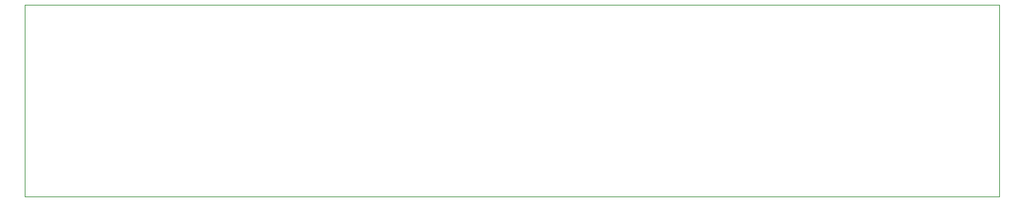
<source format=gbr>
%TF.GenerationSoftware,KiCad,Pcbnew,7.0.9*%
%TF.CreationDate,2024-03-23T08:09:55+09:00*%
%TF.ProjectId,03-front,30332d66-726f-46e7-942e-6b696361645f,rev?*%
%TF.SameCoordinates,Original*%
%TF.FileFunction,Profile,NP*%
%FSLAX46Y46*%
G04 Gerber Fmt 4.6, Leading zero omitted, Abs format (unit mm)*
G04 Created by KiCad (PCBNEW 7.0.9) date 2024-03-23 08:09:55*
%MOMM*%
%LPD*%
G01*
G04 APERTURE LIST*
%TA.AperFunction,Profile*%
%ADD10C,0.100000*%
%TD*%
G04 APERTURE END LIST*
D10*
X40000000Y-86350000D02*
X160000000Y-86350000D01*
X160000000Y-110000000D01*
X40000000Y-110000000D01*
X40000000Y-86350000D01*
M02*

</source>
